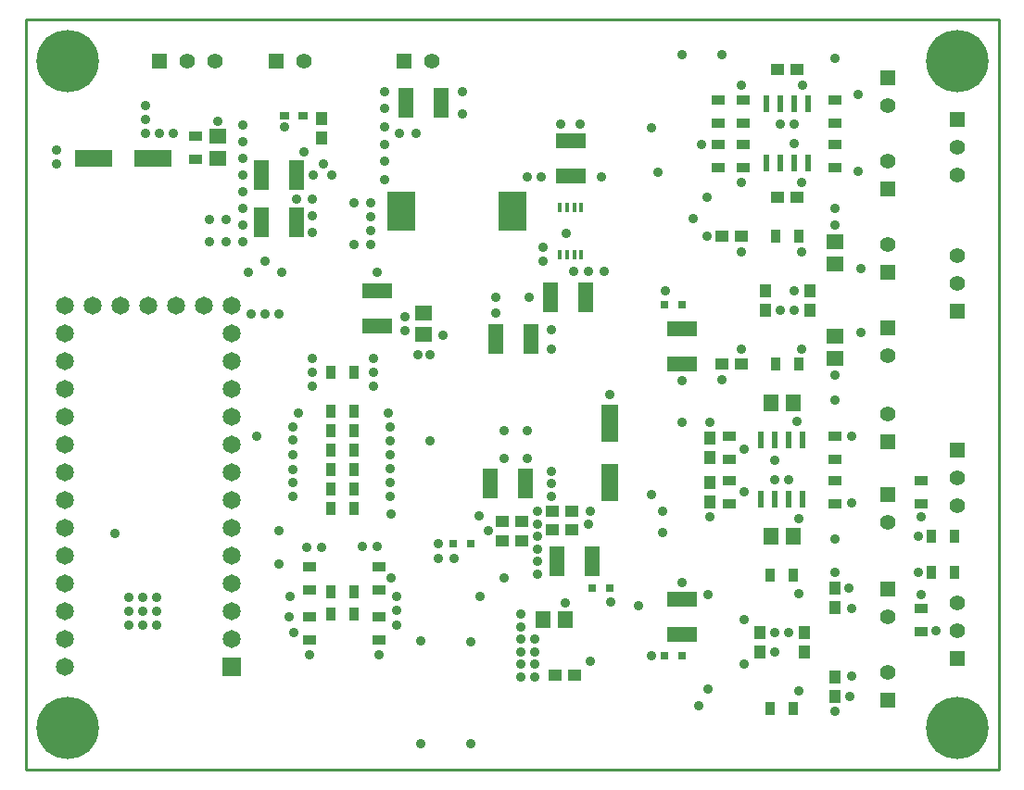
<source format=gbs>
G04 (created by PCBNEW (2013-07-07 BZR 4022)-stable) date 5/12/2015 8:03:53 AM*
%MOIN*%
G04 Gerber Fmt 3.4, Leading zero omitted, Abs format*
%FSLAX34Y34*%
G01*
G70*
G90*
G04 APERTURE LIST*
%ADD10C,0.006*%
%ADD11C,0.01*%
%ADD12C,0.035*%
%ADD13R,0.0472441X0.0354331*%
%ADD14R,0.0354331X0.0472441*%
%ADD15R,0.0354331X0.0314961*%
%ADD16R,0.023622X0.0610236*%
%ADD17R,0.065X0.065*%
%ADD18C,0.065*%
%ADD19R,0.055X0.055*%
%ADD20C,0.055*%
%ADD21R,0.1X0.14*%
%ADD22R,0.0165354X0.0354331*%
%ADD23R,0.110236X0.0531496*%
%ADD24R,0.0531496X0.110236*%
%ADD25R,0.0610236X0.0531496*%
%ADD26R,0.0531496X0.0610236*%
%ADD27R,0.0452756X0.0433071*%
%ADD28R,0.0433071X0.0452756*%
%ADD29R,0.137795X0.0629921*%
%ADD30R,0.0629921X0.137795*%
%ADD31R,0.0314961X0.0314961*%
%ADD32C,0.224409*%
G04 APERTURE END LIST*
G54D10*
G54D11*
X38000Y-28000D02*
X73000Y-28000D01*
X38000Y-55000D02*
X38000Y-28000D01*
X73000Y-55000D02*
X38000Y-55000D01*
X73000Y-28000D02*
X73000Y-55000D01*
G54D12*
X55800Y-49850D03*
X55800Y-49400D03*
X55800Y-50300D03*
X55800Y-50750D03*
X55800Y-51650D03*
X55800Y-51200D03*
X56300Y-51200D03*
X56300Y-51650D03*
X56300Y-50750D03*
X56300Y-50300D03*
X56400Y-47950D03*
X56400Y-47050D03*
X56400Y-47500D03*
X56400Y-46150D03*
X56400Y-45700D03*
X56400Y-46600D03*
X56900Y-45150D03*
X42700Y-48800D03*
X42700Y-49300D03*
X42700Y-49800D03*
X42200Y-49800D03*
X42200Y-49300D03*
X42200Y-48800D03*
X56600Y-36700D03*
X56600Y-36200D03*
X57950Y-31750D03*
X57250Y-31750D03*
X50650Y-37100D03*
X56100Y-38000D03*
X56900Y-39850D03*
X56900Y-39150D03*
X50900Y-33100D03*
X50900Y-33750D03*
X52050Y-32100D03*
X51450Y-32100D03*
X50900Y-32500D03*
X50900Y-30600D03*
X50900Y-31200D03*
X50900Y-31850D03*
G54D13*
X62900Y-31713D03*
X62900Y-30886D03*
X63300Y-45413D03*
X63300Y-44586D03*
X63800Y-30886D03*
X63800Y-31713D03*
X63800Y-33313D03*
X63800Y-32486D03*
X44100Y-33013D03*
X44100Y-32186D03*
G54D14*
X65613Y-52800D03*
X64786Y-52800D03*
G54D13*
X67100Y-31713D03*
X67100Y-30886D03*
X63300Y-42986D03*
X63300Y-43813D03*
X67100Y-42986D03*
X67100Y-43813D03*
G54D14*
X65613Y-48000D03*
X64786Y-48000D03*
X71413Y-46600D03*
X70586Y-46600D03*
X71413Y-47900D03*
X70586Y-47900D03*
G54D13*
X70200Y-44586D03*
X70200Y-45413D03*
X70200Y-50013D03*
X70200Y-49186D03*
X48200Y-50313D03*
X48200Y-49486D03*
X48200Y-47686D03*
X48200Y-48513D03*
G54D14*
X64986Y-35800D03*
X65813Y-35800D03*
X64986Y-40400D03*
X65813Y-40400D03*
G54D13*
X50700Y-50313D03*
X50700Y-49486D03*
X50700Y-47686D03*
X50700Y-48513D03*
G54D14*
X48986Y-40700D03*
X49813Y-40700D03*
G54D13*
X67100Y-45413D03*
X67100Y-44586D03*
G54D14*
X48986Y-49400D03*
X49813Y-49400D03*
X48986Y-48600D03*
X49813Y-48600D03*
X48986Y-42100D03*
X49813Y-42100D03*
X48986Y-42800D03*
X49813Y-42800D03*
X48986Y-45600D03*
X49813Y-45600D03*
X48986Y-44900D03*
X49813Y-44900D03*
X48986Y-44200D03*
X49813Y-44200D03*
X48986Y-43500D03*
X49813Y-43500D03*
G54D13*
X62900Y-32486D03*
X62900Y-33313D03*
X67100Y-32486D03*
X67100Y-33313D03*
G54D15*
X47315Y-31450D03*
X47984Y-31450D03*
G54D16*
X65150Y-33162D03*
X64650Y-33162D03*
X65650Y-33162D03*
X66150Y-33162D03*
X66150Y-31037D03*
X65650Y-31037D03*
X64650Y-31037D03*
X65150Y-31037D03*
X65450Y-43137D03*
X65950Y-43137D03*
X64950Y-43137D03*
X64450Y-43137D03*
X64450Y-45262D03*
X64950Y-45262D03*
X65950Y-45262D03*
X65450Y-45262D03*
G54D17*
X45400Y-51300D03*
G54D18*
X45400Y-50300D03*
X45400Y-49300D03*
X45400Y-48300D03*
X45400Y-47300D03*
X45400Y-46300D03*
X45400Y-45300D03*
X45400Y-44300D03*
X45400Y-43300D03*
X45400Y-42300D03*
X45400Y-41300D03*
X45400Y-40300D03*
X45400Y-39300D03*
X45400Y-38300D03*
X44400Y-38300D03*
X43400Y-38300D03*
X42400Y-38300D03*
X41400Y-38300D03*
X40400Y-38300D03*
X39400Y-38300D03*
X39400Y-39300D03*
X39400Y-40300D03*
X39400Y-41300D03*
X39400Y-42300D03*
X39400Y-43300D03*
X39400Y-44300D03*
X39400Y-45300D03*
X39400Y-46300D03*
X39400Y-47300D03*
X39400Y-48300D03*
X39400Y-49300D03*
X39400Y-50300D03*
X39400Y-51300D03*
G54D19*
X42800Y-29500D03*
G54D20*
X43800Y-29500D03*
X44800Y-29500D03*
G54D19*
X71500Y-38500D03*
G54D20*
X71500Y-37500D03*
X71500Y-36500D03*
G54D19*
X71500Y-31600D03*
G54D20*
X71500Y-32600D03*
X71500Y-33600D03*
G54D19*
X71500Y-43500D03*
G54D20*
X71500Y-44500D03*
X71500Y-45500D03*
G54D19*
X71500Y-51000D03*
G54D20*
X71500Y-50000D03*
X71500Y-49000D03*
G54D19*
X47000Y-29500D03*
G54D20*
X48000Y-29500D03*
G54D19*
X51600Y-29500D03*
G54D20*
X52600Y-29500D03*
G54D19*
X69000Y-34092D03*
G54D20*
X69000Y-33107D03*
G54D19*
X69000Y-52492D03*
G54D20*
X69000Y-51507D03*
G54D19*
X69000Y-48507D03*
G54D20*
X69000Y-49492D03*
G54D19*
X69000Y-43192D03*
G54D20*
X69000Y-42207D03*
G54D19*
X69000Y-45107D03*
G54D20*
X69000Y-46092D03*
G54D19*
X69000Y-30107D03*
G54D20*
X69000Y-31092D03*
G54D19*
X69000Y-39107D03*
G54D20*
X69000Y-40092D03*
G54D19*
X69000Y-37092D03*
G54D20*
X69000Y-36107D03*
G54D21*
X55500Y-34900D03*
X51500Y-34900D03*
G54D22*
X57983Y-36446D03*
X57727Y-36446D03*
X57472Y-36446D03*
X57216Y-36446D03*
X57216Y-34753D03*
X57472Y-34753D03*
X57727Y-34753D03*
X57983Y-34753D03*
G54D23*
X57600Y-33629D03*
X57600Y-32370D03*
X61600Y-50129D03*
X61600Y-48870D03*
G54D24*
X47729Y-35300D03*
X46470Y-35300D03*
G54D23*
X50650Y-39029D03*
X50650Y-37770D03*
X61600Y-39120D03*
X61600Y-40379D03*
G54D24*
X51670Y-31000D03*
X52929Y-31000D03*
X47729Y-33600D03*
X46470Y-33600D03*
X54720Y-44700D03*
X55979Y-44700D03*
X58129Y-38000D03*
X56870Y-38000D03*
X54920Y-39500D03*
X56179Y-39500D03*
X58379Y-47500D03*
X57120Y-47500D03*
G54D25*
X44900Y-32206D03*
X44900Y-32993D03*
X67100Y-39406D03*
X67100Y-40193D03*
G54D26*
X65593Y-41800D03*
X64806Y-41800D03*
X57393Y-49600D03*
X56606Y-49600D03*
G54D25*
X67100Y-36006D03*
X67100Y-36793D03*
X52300Y-38556D03*
X52300Y-39343D03*
G54D26*
X65593Y-46600D03*
X64806Y-46600D03*
G54D27*
X55145Y-46750D03*
X55854Y-46750D03*
X57754Y-51600D03*
X57045Y-51600D03*
X55145Y-46050D03*
X55854Y-46050D03*
X57654Y-46350D03*
X56945Y-46350D03*
G54D28*
X48650Y-31545D03*
X48650Y-32254D03*
G54D27*
X57654Y-45700D03*
X56945Y-45700D03*
G54D28*
X62600Y-44645D03*
X62600Y-45354D03*
X62600Y-43754D03*
X62600Y-43045D03*
G54D27*
X63045Y-35800D03*
X63754Y-35800D03*
G54D28*
X66200Y-38454D03*
X66200Y-37745D03*
X64600Y-38454D03*
X64600Y-37745D03*
G54D27*
X63754Y-40400D03*
X63045Y-40400D03*
G54D28*
X67100Y-49154D03*
X67100Y-48445D03*
G54D27*
X65045Y-29800D03*
X65754Y-29800D03*
G54D28*
X64400Y-50045D03*
X64400Y-50754D03*
X67100Y-51645D03*
X67100Y-52354D03*
G54D27*
X65045Y-34400D03*
X65754Y-34400D03*
G54D28*
X66000Y-50045D03*
X66000Y-50754D03*
G54D29*
X42562Y-33000D03*
X40437Y-33000D03*
G54D30*
X59000Y-44662D03*
X59000Y-42537D03*
G54D31*
X53385Y-46850D03*
X54014Y-46850D03*
X60985Y-38250D03*
X61614Y-38250D03*
X60985Y-50900D03*
X61614Y-50900D03*
X58385Y-48450D03*
X59014Y-48450D03*
G54D12*
X48300Y-40700D03*
X48300Y-40200D03*
X48300Y-41200D03*
X50500Y-40200D03*
X50500Y-40700D03*
X50500Y-41200D03*
X45800Y-33600D03*
X45800Y-34200D03*
X45800Y-34800D03*
X44600Y-36000D03*
X45800Y-33000D03*
X45800Y-32400D03*
X45200Y-35200D03*
X44600Y-35200D03*
X45200Y-36000D03*
X45800Y-35400D03*
X45800Y-31800D03*
X45800Y-36000D03*
X48700Y-33200D03*
X48350Y-33600D03*
X49000Y-33600D03*
X47750Y-34450D03*
X48300Y-35050D03*
X48300Y-35650D03*
X48300Y-34450D03*
X50400Y-35600D03*
X50400Y-35100D03*
X49800Y-34600D03*
X50400Y-34600D03*
X49800Y-36100D03*
X50400Y-36100D03*
X46000Y-37100D03*
X46600Y-36700D03*
X47200Y-37100D03*
X48650Y-47000D03*
X48100Y-47000D03*
G54D32*
X71500Y-29500D03*
X71500Y-53500D03*
X39500Y-53500D03*
X39500Y-29500D03*
G54D12*
X39100Y-33200D03*
X39100Y-32700D03*
X42300Y-32100D03*
X42800Y-32100D03*
X43300Y-32100D03*
X42300Y-31100D03*
X42300Y-31600D03*
X53700Y-30600D03*
X53700Y-31400D03*
X54900Y-38550D03*
X54900Y-38000D03*
X51650Y-38700D03*
X51650Y-39200D03*
X52100Y-40050D03*
X52550Y-40050D03*
X50100Y-46950D03*
X50650Y-46950D03*
X52850Y-46850D03*
X53400Y-47400D03*
X52850Y-47400D03*
X56550Y-33650D03*
X56050Y-33650D03*
X58700Y-33650D03*
X57700Y-37050D03*
X58250Y-37050D03*
X58800Y-37050D03*
X46100Y-38600D03*
X46600Y-38600D03*
X47100Y-38600D03*
X41700Y-48800D03*
X41700Y-49300D03*
X41700Y-49800D03*
X54650Y-46400D03*
X56900Y-44250D03*
X56900Y-44700D03*
X52200Y-50350D03*
X50700Y-50850D03*
X60500Y-31900D03*
X61000Y-37750D03*
X60500Y-45100D03*
X60500Y-50900D03*
X58300Y-51100D03*
X59050Y-48950D03*
X54000Y-50400D03*
X52550Y-43150D03*
X54300Y-45850D03*
X51100Y-43150D03*
X67700Y-49186D03*
X67700Y-51613D03*
X63850Y-51200D03*
X63850Y-49600D03*
X65450Y-50050D03*
X62200Y-52700D03*
X65450Y-44550D03*
X67700Y-45400D03*
X67700Y-43000D03*
X63850Y-43450D03*
X60900Y-45700D03*
X63850Y-45000D03*
X60900Y-46450D03*
X68050Y-36950D03*
X68050Y-39250D03*
X60050Y-49100D03*
X62000Y-35150D03*
X65150Y-38450D03*
X65150Y-31750D03*
X60750Y-33500D03*
X62300Y-32500D03*
X67950Y-33450D03*
X67950Y-30700D03*
X51350Y-49250D03*
X54350Y-48750D03*
X51350Y-48750D03*
X57400Y-49000D03*
X51100Y-45150D03*
X51100Y-44650D03*
X51100Y-44150D03*
X51100Y-43650D03*
X55200Y-48100D03*
X51100Y-42650D03*
X48200Y-50850D03*
X47600Y-45150D03*
X47600Y-44650D03*
X46300Y-43000D03*
X47600Y-42650D03*
X41200Y-46500D03*
X47600Y-43113D03*
X47600Y-44200D03*
X47486Y-49486D03*
X47600Y-43650D03*
X47500Y-48750D03*
X47100Y-46400D03*
X47100Y-47600D03*
X47650Y-50050D03*
X47800Y-42150D03*
X70100Y-47900D03*
X70100Y-46600D03*
X59000Y-41500D03*
X61600Y-29250D03*
X63050Y-29250D03*
X67100Y-29400D03*
X67100Y-34800D03*
X65650Y-32450D03*
X62500Y-34400D03*
X62500Y-35800D03*
X61600Y-41000D03*
X63050Y-40950D03*
X65650Y-37750D03*
X67100Y-35400D03*
X67100Y-40800D03*
X67100Y-41700D03*
X67100Y-46700D03*
X64950Y-43845D03*
X62600Y-45900D03*
X62600Y-42500D03*
X61600Y-42500D03*
X70200Y-45900D03*
X70200Y-48700D03*
X67650Y-52350D03*
X67100Y-52900D03*
X67100Y-47900D03*
X67600Y-48450D03*
X62550Y-52100D03*
X62550Y-48700D03*
X61600Y-48250D03*
X64950Y-50754D03*
X54000Y-54050D03*
X52200Y-54050D03*
X56050Y-43800D03*
X56050Y-42800D03*
X55200Y-43800D03*
X55200Y-42800D03*
X51350Y-49800D03*
X51150Y-48100D03*
X51150Y-45800D03*
X51050Y-42150D03*
X48000Y-32750D03*
X44900Y-31650D03*
X64950Y-50050D03*
X65800Y-48650D03*
X65800Y-52150D03*
X64950Y-44550D03*
X65800Y-45950D03*
X65750Y-42450D03*
X65650Y-38450D03*
X65900Y-36350D03*
X65900Y-39850D03*
X63750Y-39850D03*
X63750Y-36350D03*
X65900Y-33850D03*
X65950Y-30350D03*
X63750Y-30350D03*
X63750Y-33850D03*
X65650Y-31750D03*
X70750Y-50000D03*
X58300Y-45700D03*
X58250Y-46150D03*
X47300Y-31850D03*
X57450Y-35700D03*
X53000Y-39350D03*
M02*

</source>
